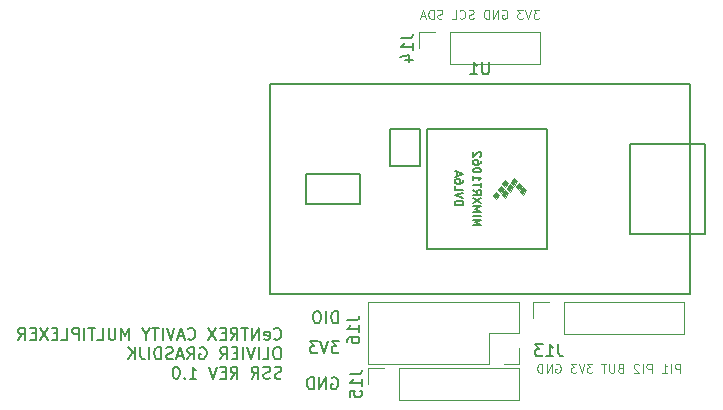
<source format=gbr>
G04 #@! TF.GenerationSoftware,KiCad,Pcbnew,(5.1.5)-3*
G04 #@! TF.CreationDate,2020-06-27T01:24:02-04:00*
G04 #@! TF.ProjectId,ssr cavity multiplexer,73737220-6361-4766-9974-79206d756c74,rev?*
G04 #@! TF.SameCoordinates,Original*
G04 #@! TF.FileFunction,Legend,Bot*
G04 #@! TF.FilePolarity,Positive*
%FSLAX46Y46*%
G04 Gerber Fmt 4.6, Leading zero omitted, Abs format (unit mm)*
G04 Created by KiCad (PCBNEW (5.1.5)-3) date 2020-06-27 01:24:02*
%MOMM*%
%LPD*%
G04 APERTURE LIST*
%ADD10C,0.150000*%
%ADD11C,0.120000*%
%ADD12C,0.100000*%
G04 APERTURE END LIST*
D10*
X254616976Y-148059142D02*
X254664595Y-148106761D01*
X254807452Y-148154380D01*
X254902690Y-148154380D01*
X255045547Y-148106761D01*
X255140785Y-148011523D01*
X255188404Y-147916285D01*
X255236023Y-147725809D01*
X255236023Y-147582952D01*
X255188404Y-147392476D01*
X255140785Y-147297238D01*
X255045547Y-147202000D01*
X254902690Y-147154380D01*
X254807452Y-147154380D01*
X254664595Y-147202000D01*
X254616976Y-147249619D01*
X253807452Y-148106761D02*
X253902690Y-148154380D01*
X254093166Y-148154380D01*
X254188404Y-148106761D01*
X254236023Y-148011523D01*
X254236023Y-147630571D01*
X254188404Y-147535333D01*
X254093166Y-147487714D01*
X253902690Y-147487714D01*
X253807452Y-147535333D01*
X253759833Y-147630571D01*
X253759833Y-147725809D01*
X254236023Y-147821047D01*
X253331261Y-148154380D02*
X253331261Y-147154380D01*
X252759833Y-148154380D01*
X252759833Y-147154380D01*
X252426500Y-147154380D02*
X251855071Y-147154380D01*
X252140785Y-148154380D02*
X252140785Y-147154380D01*
X250950309Y-148154380D02*
X251283642Y-147678190D01*
X251521738Y-148154380D02*
X251521738Y-147154380D01*
X251140785Y-147154380D01*
X251045547Y-147202000D01*
X250997928Y-147249619D01*
X250950309Y-147344857D01*
X250950309Y-147487714D01*
X250997928Y-147582952D01*
X251045547Y-147630571D01*
X251140785Y-147678190D01*
X251521738Y-147678190D01*
X250521738Y-147630571D02*
X250188404Y-147630571D01*
X250045547Y-148154380D02*
X250521738Y-148154380D01*
X250521738Y-147154380D01*
X250045547Y-147154380D01*
X249712214Y-147154380D02*
X249045547Y-148154380D01*
X249045547Y-147154380D02*
X249712214Y-148154380D01*
X247331261Y-148059142D02*
X247378880Y-148106761D01*
X247521738Y-148154380D01*
X247616976Y-148154380D01*
X247759833Y-148106761D01*
X247855071Y-148011523D01*
X247902690Y-147916285D01*
X247950309Y-147725809D01*
X247950309Y-147582952D01*
X247902690Y-147392476D01*
X247855071Y-147297238D01*
X247759833Y-147202000D01*
X247616976Y-147154380D01*
X247521738Y-147154380D01*
X247378880Y-147202000D01*
X247331261Y-147249619D01*
X246950309Y-147868666D02*
X246474119Y-147868666D01*
X247045547Y-148154380D02*
X246712214Y-147154380D01*
X246378880Y-148154380D01*
X246188404Y-147154380D02*
X245855071Y-148154380D01*
X245521738Y-147154380D01*
X245188404Y-148154380D02*
X245188404Y-147154380D01*
X244855071Y-147154380D02*
X244283642Y-147154380D01*
X244569357Y-148154380D02*
X244569357Y-147154380D01*
X243759833Y-147678190D02*
X243759833Y-148154380D01*
X244093166Y-147154380D02*
X243759833Y-147678190D01*
X243426500Y-147154380D01*
X242331261Y-148154380D02*
X242331261Y-147154380D01*
X241997928Y-147868666D01*
X241664595Y-147154380D01*
X241664595Y-148154380D01*
X241188404Y-147154380D02*
X241188404Y-147963904D01*
X241140785Y-148059142D01*
X241093166Y-148106761D01*
X240997928Y-148154380D01*
X240807452Y-148154380D01*
X240712214Y-148106761D01*
X240664595Y-148059142D01*
X240616976Y-147963904D01*
X240616976Y-147154380D01*
X239664595Y-148154380D02*
X240140785Y-148154380D01*
X240140785Y-147154380D01*
X239474119Y-147154380D02*
X238902690Y-147154380D01*
X239188404Y-148154380D02*
X239188404Y-147154380D01*
X238569357Y-148154380D02*
X238569357Y-147154380D01*
X238093166Y-148154380D02*
X238093166Y-147154380D01*
X237712214Y-147154380D01*
X237616976Y-147202000D01*
X237569357Y-147249619D01*
X237521738Y-147344857D01*
X237521738Y-147487714D01*
X237569357Y-147582952D01*
X237616976Y-147630571D01*
X237712214Y-147678190D01*
X238093166Y-147678190D01*
X236616976Y-148154380D02*
X237093166Y-148154380D01*
X237093166Y-147154380D01*
X236283642Y-147630571D02*
X235950309Y-147630571D01*
X235807452Y-148154380D02*
X236283642Y-148154380D01*
X236283642Y-147154380D01*
X235807452Y-147154380D01*
X235474119Y-147154380D02*
X234807452Y-148154380D01*
X234807452Y-147154380D02*
X235474119Y-148154380D01*
X234426500Y-147630571D02*
X234093166Y-147630571D01*
X233950309Y-148154380D02*
X234426500Y-148154380D01*
X234426500Y-147154380D01*
X233950309Y-147154380D01*
X232950309Y-148154380D02*
X233283642Y-147678190D01*
X233521738Y-148154380D02*
X233521738Y-147154380D01*
X233140785Y-147154380D01*
X233045547Y-147202000D01*
X232997928Y-147249619D01*
X232950309Y-147344857D01*
X232950309Y-147487714D01*
X232997928Y-147582952D01*
X233045547Y-147630571D01*
X233140785Y-147678190D01*
X233521738Y-147678190D01*
X254997928Y-148804380D02*
X254807452Y-148804380D01*
X254712214Y-148852000D01*
X254616976Y-148947238D01*
X254569357Y-149137714D01*
X254569357Y-149471047D01*
X254616976Y-149661523D01*
X254712214Y-149756761D01*
X254807452Y-149804380D01*
X254997928Y-149804380D01*
X255093166Y-149756761D01*
X255188404Y-149661523D01*
X255236023Y-149471047D01*
X255236023Y-149137714D01*
X255188404Y-148947238D01*
X255093166Y-148852000D01*
X254997928Y-148804380D01*
X253664595Y-149804380D02*
X254140785Y-149804380D01*
X254140785Y-148804380D01*
X253331261Y-149804380D02*
X253331261Y-148804380D01*
X252997928Y-148804380D02*
X252664595Y-149804380D01*
X252331261Y-148804380D01*
X251997928Y-149804380D02*
X251997928Y-148804380D01*
X251521738Y-149280571D02*
X251188404Y-149280571D01*
X251045547Y-149804380D02*
X251521738Y-149804380D01*
X251521738Y-148804380D01*
X251045547Y-148804380D01*
X250045547Y-149804380D02*
X250378880Y-149328190D01*
X250616976Y-149804380D02*
X250616976Y-148804380D01*
X250236023Y-148804380D01*
X250140785Y-148852000D01*
X250093166Y-148899619D01*
X250045547Y-148994857D01*
X250045547Y-149137714D01*
X250093166Y-149232952D01*
X250140785Y-149280571D01*
X250236023Y-149328190D01*
X250616976Y-149328190D01*
X248331261Y-148852000D02*
X248426500Y-148804380D01*
X248569357Y-148804380D01*
X248712214Y-148852000D01*
X248807452Y-148947238D01*
X248855071Y-149042476D01*
X248902690Y-149232952D01*
X248902690Y-149375809D01*
X248855071Y-149566285D01*
X248807452Y-149661523D01*
X248712214Y-149756761D01*
X248569357Y-149804380D01*
X248474119Y-149804380D01*
X248331261Y-149756761D01*
X248283642Y-149709142D01*
X248283642Y-149375809D01*
X248474119Y-149375809D01*
X247283642Y-149804380D02*
X247616976Y-149328190D01*
X247855071Y-149804380D02*
X247855071Y-148804380D01*
X247474119Y-148804380D01*
X247378880Y-148852000D01*
X247331261Y-148899619D01*
X247283642Y-148994857D01*
X247283642Y-149137714D01*
X247331261Y-149232952D01*
X247378880Y-149280571D01*
X247474119Y-149328190D01*
X247855071Y-149328190D01*
X246902690Y-149518666D02*
X246426500Y-149518666D01*
X246997928Y-149804380D02*
X246664595Y-148804380D01*
X246331261Y-149804380D01*
X246045547Y-149756761D02*
X245902690Y-149804380D01*
X245664595Y-149804380D01*
X245569357Y-149756761D01*
X245521738Y-149709142D01*
X245474119Y-149613904D01*
X245474119Y-149518666D01*
X245521738Y-149423428D01*
X245569357Y-149375809D01*
X245664595Y-149328190D01*
X245855071Y-149280571D01*
X245950309Y-149232952D01*
X245997928Y-149185333D01*
X246045547Y-149090095D01*
X246045547Y-148994857D01*
X245997928Y-148899619D01*
X245950309Y-148852000D01*
X245855071Y-148804380D01*
X245616976Y-148804380D01*
X245474119Y-148852000D01*
X245045547Y-149804380D02*
X245045547Y-148804380D01*
X244807452Y-148804380D01*
X244664595Y-148852000D01*
X244569357Y-148947238D01*
X244521738Y-149042476D01*
X244474119Y-149232952D01*
X244474119Y-149375809D01*
X244521738Y-149566285D01*
X244569357Y-149661523D01*
X244664595Y-149756761D01*
X244807452Y-149804380D01*
X245045547Y-149804380D01*
X244045547Y-149804380D02*
X244045547Y-148804380D01*
X243283642Y-148804380D02*
X243283642Y-149518666D01*
X243331261Y-149661523D01*
X243426500Y-149756761D01*
X243569357Y-149804380D01*
X243664595Y-149804380D01*
X242807452Y-149804380D02*
X242807452Y-148804380D01*
X242236023Y-149804380D02*
X242664595Y-149232952D01*
X242236023Y-148804380D02*
X242807452Y-149375809D01*
X255236023Y-151406761D02*
X255093166Y-151454380D01*
X254855071Y-151454380D01*
X254759833Y-151406761D01*
X254712214Y-151359142D01*
X254664595Y-151263904D01*
X254664595Y-151168666D01*
X254712214Y-151073428D01*
X254759833Y-151025809D01*
X254855071Y-150978190D01*
X255045547Y-150930571D01*
X255140785Y-150882952D01*
X255188404Y-150835333D01*
X255236023Y-150740095D01*
X255236023Y-150644857D01*
X255188404Y-150549619D01*
X255140785Y-150502000D01*
X255045547Y-150454380D01*
X254807452Y-150454380D01*
X254664595Y-150502000D01*
X254283642Y-151406761D02*
X254140785Y-151454380D01*
X253902690Y-151454380D01*
X253807452Y-151406761D01*
X253759833Y-151359142D01*
X253712214Y-151263904D01*
X253712214Y-151168666D01*
X253759833Y-151073428D01*
X253807452Y-151025809D01*
X253902690Y-150978190D01*
X254093166Y-150930571D01*
X254188404Y-150882952D01*
X254236023Y-150835333D01*
X254283642Y-150740095D01*
X254283642Y-150644857D01*
X254236023Y-150549619D01*
X254188404Y-150502000D01*
X254093166Y-150454380D01*
X253855071Y-150454380D01*
X253712214Y-150502000D01*
X252712214Y-151454380D02*
X253045547Y-150978190D01*
X253283642Y-151454380D02*
X253283642Y-150454380D01*
X252902690Y-150454380D01*
X252807452Y-150502000D01*
X252759833Y-150549619D01*
X252712214Y-150644857D01*
X252712214Y-150787714D01*
X252759833Y-150882952D01*
X252807452Y-150930571D01*
X252902690Y-150978190D01*
X253283642Y-150978190D01*
X250950309Y-151454380D02*
X251283642Y-150978190D01*
X251521738Y-151454380D02*
X251521738Y-150454380D01*
X251140785Y-150454380D01*
X251045547Y-150502000D01*
X250997928Y-150549619D01*
X250950309Y-150644857D01*
X250950309Y-150787714D01*
X250997928Y-150882952D01*
X251045547Y-150930571D01*
X251140785Y-150978190D01*
X251521738Y-150978190D01*
X250521738Y-150930571D02*
X250188404Y-150930571D01*
X250045547Y-151454380D02*
X250521738Y-151454380D01*
X250521738Y-150454380D01*
X250045547Y-150454380D01*
X249759833Y-150454380D02*
X249426500Y-151454380D01*
X249093166Y-150454380D01*
X247474119Y-151454380D02*
X248045547Y-151454380D01*
X247759833Y-151454380D02*
X247759833Y-150454380D01*
X247855071Y-150597238D01*
X247950309Y-150692476D01*
X248045547Y-150740095D01*
X247045547Y-151359142D02*
X246997928Y-151406761D01*
X247045547Y-151454380D01*
X247093166Y-151406761D01*
X247045547Y-151359142D01*
X247045547Y-151454380D01*
X246378880Y-150454380D02*
X246283642Y-150454380D01*
X246188404Y-150502000D01*
X246140785Y-150549619D01*
X246093166Y-150644857D01*
X246045547Y-150835333D01*
X246045547Y-151073428D01*
X246093166Y-151263904D01*
X246140785Y-151359142D01*
X246188404Y-151406761D01*
X246283642Y-151454380D01*
X246378880Y-151454380D01*
X246474119Y-151406761D01*
X246521738Y-151359142D01*
X246569357Y-151263904D01*
X246616976Y-151073428D01*
X246616976Y-150835333D01*
X246569357Y-150644857D01*
X246521738Y-150549619D01*
X246474119Y-150502000D01*
X246378880Y-150454380D01*
D11*
X277051857Y-120239285D02*
X276587571Y-120239285D01*
X276837571Y-120525000D01*
X276730428Y-120525000D01*
X276659000Y-120560714D01*
X276623285Y-120596428D01*
X276587571Y-120667857D01*
X276587571Y-120846428D01*
X276623285Y-120917857D01*
X276659000Y-120953571D01*
X276730428Y-120989285D01*
X276944714Y-120989285D01*
X277016142Y-120953571D01*
X277051857Y-120917857D01*
X276373285Y-120239285D02*
X276123285Y-120989285D01*
X275873285Y-120239285D01*
X275694714Y-120239285D02*
X275230428Y-120239285D01*
X275480428Y-120525000D01*
X275373285Y-120525000D01*
X275301857Y-120560714D01*
X275266142Y-120596428D01*
X275230428Y-120667857D01*
X275230428Y-120846428D01*
X275266142Y-120917857D01*
X275301857Y-120953571D01*
X275373285Y-120989285D01*
X275587571Y-120989285D01*
X275659000Y-120953571D01*
X275694714Y-120917857D01*
X273944714Y-120275000D02*
X274016142Y-120239285D01*
X274123285Y-120239285D01*
X274230428Y-120275000D01*
X274301857Y-120346428D01*
X274337571Y-120417857D01*
X274373285Y-120560714D01*
X274373285Y-120667857D01*
X274337571Y-120810714D01*
X274301857Y-120882142D01*
X274230428Y-120953571D01*
X274123285Y-120989285D01*
X274051857Y-120989285D01*
X273944714Y-120953571D01*
X273909000Y-120917857D01*
X273909000Y-120667857D01*
X274051857Y-120667857D01*
X273587571Y-120989285D02*
X273587571Y-120239285D01*
X273159000Y-120989285D01*
X273159000Y-120239285D01*
X272801857Y-120989285D02*
X272801857Y-120239285D01*
X272623285Y-120239285D01*
X272516142Y-120275000D01*
X272444714Y-120346428D01*
X272409000Y-120417857D01*
X272373285Y-120560714D01*
X272373285Y-120667857D01*
X272409000Y-120810714D01*
X272444714Y-120882142D01*
X272516142Y-120953571D01*
X272623285Y-120989285D01*
X272801857Y-120989285D01*
X271516142Y-120953571D02*
X271409000Y-120989285D01*
X271230428Y-120989285D01*
X271159000Y-120953571D01*
X271123285Y-120917857D01*
X271087571Y-120846428D01*
X271087571Y-120775000D01*
X271123285Y-120703571D01*
X271159000Y-120667857D01*
X271230428Y-120632142D01*
X271373285Y-120596428D01*
X271444714Y-120560714D01*
X271480428Y-120525000D01*
X271516142Y-120453571D01*
X271516142Y-120382142D01*
X271480428Y-120310714D01*
X271444714Y-120275000D01*
X271373285Y-120239285D01*
X271194714Y-120239285D01*
X271087571Y-120275000D01*
X270337571Y-120917857D02*
X270373285Y-120953571D01*
X270480428Y-120989285D01*
X270551857Y-120989285D01*
X270659000Y-120953571D01*
X270730428Y-120882142D01*
X270766142Y-120810714D01*
X270801857Y-120667857D01*
X270801857Y-120560714D01*
X270766142Y-120417857D01*
X270730428Y-120346428D01*
X270659000Y-120275000D01*
X270551857Y-120239285D01*
X270480428Y-120239285D01*
X270373285Y-120275000D01*
X270337571Y-120310714D01*
X269659000Y-120989285D02*
X270016142Y-120989285D01*
X270016142Y-120239285D01*
X268873285Y-120953571D02*
X268766142Y-120989285D01*
X268587571Y-120989285D01*
X268516142Y-120953571D01*
X268480428Y-120917857D01*
X268444714Y-120846428D01*
X268444714Y-120775000D01*
X268480428Y-120703571D01*
X268516142Y-120667857D01*
X268587571Y-120632142D01*
X268730428Y-120596428D01*
X268801857Y-120560714D01*
X268837571Y-120525000D01*
X268873285Y-120453571D01*
X268873285Y-120382142D01*
X268837571Y-120310714D01*
X268801857Y-120275000D01*
X268730428Y-120239285D01*
X268551857Y-120239285D01*
X268444714Y-120275000D01*
X268123285Y-120989285D02*
X268123285Y-120239285D01*
X267944714Y-120239285D01*
X267837571Y-120275000D01*
X267766142Y-120346428D01*
X267730428Y-120417857D01*
X267694714Y-120560714D01*
X267694714Y-120667857D01*
X267730428Y-120810714D01*
X267766142Y-120882142D01*
X267837571Y-120953571D01*
X267944714Y-120989285D01*
X268123285Y-120989285D01*
X267409000Y-120775000D02*
X267051857Y-120775000D01*
X267480428Y-120989285D02*
X267230428Y-120239285D01*
X266980428Y-120989285D01*
D10*
X260014404Y-146756380D02*
X260014404Y-145756380D01*
X259776309Y-145756380D01*
X259633452Y-145804000D01*
X259538214Y-145899238D01*
X259490595Y-145994476D01*
X259442976Y-146184952D01*
X259442976Y-146327809D01*
X259490595Y-146518285D01*
X259538214Y-146613523D01*
X259633452Y-146708761D01*
X259776309Y-146756380D01*
X260014404Y-146756380D01*
X259014404Y-146756380D02*
X259014404Y-145756380D01*
X258347738Y-145756380D02*
X258157261Y-145756380D01*
X258062023Y-145804000D01*
X257966785Y-145899238D01*
X257919166Y-146089714D01*
X257919166Y-146423047D01*
X257966785Y-146613523D01*
X258062023Y-146708761D01*
X258157261Y-146756380D01*
X258347738Y-146756380D01*
X258442976Y-146708761D01*
X258538214Y-146613523D01*
X258585833Y-146423047D01*
X258585833Y-146089714D01*
X258538214Y-145899238D01*
X258442976Y-145804000D01*
X258347738Y-145756380D01*
X260109642Y-148296380D02*
X259490595Y-148296380D01*
X259823928Y-148677333D01*
X259681071Y-148677333D01*
X259585833Y-148724952D01*
X259538214Y-148772571D01*
X259490595Y-148867809D01*
X259490595Y-149105904D01*
X259538214Y-149201142D01*
X259585833Y-149248761D01*
X259681071Y-149296380D01*
X259966785Y-149296380D01*
X260062023Y-149248761D01*
X260109642Y-149201142D01*
X259204880Y-148296380D02*
X258871547Y-149296380D01*
X258538214Y-148296380D01*
X258300119Y-148296380D02*
X257681071Y-148296380D01*
X258014404Y-148677333D01*
X257871547Y-148677333D01*
X257776309Y-148724952D01*
X257728690Y-148772571D01*
X257681071Y-148867809D01*
X257681071Y-149105904D01*
X257728690Y-149201142D01*
X257776309Y-149248761D01*
X257871547Y-149296380D01*
X258157261Y-149296380D01*
X258252500Y-149248761D01*
X258300119Y-149201142D01*
X259490595Y-151392000D02*
X259585833Y-151344380D01*
X259728690Y-151344380D01*
X259871547Y-151392000D01*
X259966785Y-151487238D01*
X260014404Y-151582476D01*
X260062023Y-151772952D01*
X260062023Y-151915809D01*
X260014404Y-152106285D01*
X259966785Y-152201523D01*
X259871547Y-152296761D01*
X259728690Y-152344380D01*
X259633452Y-152344380D01*
X259490595Y-152296761D01*
X259442976Y-152249142D01*
X259442976Y-151915809D01*
X259633452Y-151915809D01*
X259014404Y-152344380D02*
X259014404Y-151344380D01*
X258442976Y-152344380D01*
X258442976Y-151344380D01*
X257966785Y-152344380D02*
X257966785Y-151344380D01*
X257728690Y-151344380D01*
X257585833Y-151392000D01*
X257490595Y-151487238D01*
X257442976Y-151582476D01*
X257395357Y-151772952D01*
X257395357Y-151915809D01*
X257442976Y-152106285D01*
X257490595Y-152201523D01*
X257585833Y-152296761D01*
X257728690Y-152344380D01*
X257966785Y-152344380D01*
D11*
X288973857Y-150961285D02*
X288973857Y-150211285D01*
X288688142Y-150211285D01*
X288616714Y-150247000D01*
X288581000Y-150282714D01*
X288545285Y-150354142D01*
X288545285Y-150461285D01*
X288581000Y-150532714D01*
X288616714Y-150568428D01*
X288688142Y-150604142D01*
X288973857Y-150604142D01*
X288223857Y-150961285D02*
X288223857Y-150211285D01*
X287473857Y-150961285D02*
X287902428Y-150961285D01*
X287688142Y-150961285D02*
X287688142Y-150211285D01*
X287759571Y-150318428D01*
X287831000Y-150389857D01*
X287902428Y-150425571D01*
X286581000Y-150961285D02*
X286581000Y-150211285D01*
X286295285Y-150211285D01*
X286223857Y-150247000D01*
X286188142Y-150282714D01*
X286152428Y-150354142D01*
X286152428Y-150461285D01*
X286188142Y-150532714D01*
X286223857Y-150568428D01*
X286295285Y-150604142D01*
X286581000Y-150604142D01*
X285831000Y-150961285D02*
X285831000Y-150211285D01*
X285509571Y-150282714D02*
X285473857Y-150247000D01*
X285402428Y-150211285D01*
X285223857Y-150211285D01*
X285152428Y-150247000D01*
X285116714Y-150282714D01*
X285081000Y-150354142D01*
X285081000Y-150425571D01*
X285116714Y-150532714D01*
X285545285Y-150961285D01*
X285081000Y-150961285D01*
X283938142Y-150568428D02*
X283831000Y-150604142D01*
X283795285Y-150639857D01*
X283759571Y-150711285D01*
X283759571Y-150818428D01*
X283795285Y-150889857D01*
X283831000Y-150925571D01*
X283902428Y-150961285D01*
X284188142Y-150961285D01*
X284188142Y-150211285D01*
X283938142Y-150211285D01*
X283866714Y-150247000D01*
X283831000Y-150282714D01*
X283795285Y-150354142D01*
X283795285Y-150425571D01*
X283831000Y-150497000D01*
X283866714Y-150532714D01*
X283938142Y-150568428D01*
X284188142Y-150568428D01*
X283438142Y-150211285D02*
X283438142Y-150818428D01*
X283402428Y-150889857D01*
X283366714Y-150925571D01*
X283295285Y-150961285D01*
X283152428Y-150961285D01*
X283081000Y-150925571D01*
X283045285Y-150889857D01*
X283009571Y-150818428D01*
X283009571Y-150211285D01*
X282759571Y-150211285D02*
X282331000Y-150211285D01*
X282545285Y-150961285D02*
X282545285Y-150211285D01*
X281581000Y-150211285D02*
X281116714Y-150211285D01*
X281366714Y-150497000D01*
X281259571Y-150497000D01*
X281188142Y-150532714D01*
X281152428Y-150568428D01*
X281116714Y-150639857D01*
X281116714Y-150818428D01*
X281152428Y-150889857D01*
X281188142Y-150925571D01*
X281259571Y-150961285D01*
X281473857Y-150961285D01*
X281545285Y-150925571D01*
X281581000Y-150889857D01*
X280902428Y-150211285D02*
X280652428Y-150961285D01*
X280402428Y-150211285D01*
X280223857Y-150211285D02*
X279759571Y-150211285D01*
X280009571Y-150497000D01*
X279902428Y-150497000D01*
X279831000Y-150532714D01*
X279795285Y-150568428D01*
X279759571Y-150639857D01*
X279759571Y-150818428D01*
X279795285Y-150889857D01*
X279831000Y-150925571D01*
X279902428Y-150961285D01*
X280116714Y-150961285D01*
X280188142Y-150925571D01*
X280223857Y-150889857D01*
X278473857Y-150247000D02*
X278545285Y-150211285D01*
X278652428Y-150211285D01*
X278759571Y-150247000D01*
X278831000Y-150318428D01*
X278866714Y-150389857D01*
X278902428Y-150532714D01*
X278902428Y-150639857D01*
X278866714Y-150782714D01*
X278831000Y-150854142D01*
X278759571Y-150925571D01*
X278652428Y-150961285D01*
X278581000Y-150961285D01*
X278473857Y-150925571D01*
X278438142Y-150889857D01*
X278438142Y-150639857D01*
X278581000Y-150639857D01*
X278116714Y-150961285D02*
X278116714Y-150211285D01*
X277688142Y-150961285D01*
X277688142Y-150211285D01*
X277331000Y-150961285D02*
X277331000Y-150211285D01*
X277152428Y-150211285D01*
X277045285Y-150247000D01*
X276973857Y-150318428D01*
X276938142Y-150389857D01*
X276902428Y-150532714D01*
X276902428Y-150639857D01*
X276938142Y-150782714D01*
X276973857Y-150854142D01*
X277045285Y-150925571D01*
X277152428Y-150961285D01*
X277331000Y-150961285D01*
D12*
G36*
X275971000Y-135509000D02*
G01*
X275717000Y-135255000D01*
X275463000Y-135636000D01*
X275717000Y-135890000D01*
X275971000Y-135509000D01*
G37*
X275971000Y-135509000D02*
X275717000Y-135255000D01*
X275463000Y-135636000D01*
X275717000Y-135890000D01*
X275971000Y-135509000D01*
G36*
X275590000Y-135128000D02*
G01*
X275336000Y-134874000D01*
X275082000Y-135255000D01*
X275336000Y-135509000D01*
X275590000Y-135128000D01*
G37*
X275590000Y-135128000D02*
X275336000Y-134874000D01*
X275082000Y-135255000D01*
X275336000Y-135509000D01*
X275590000Y-135128000D01*
G36*
X273685000Y-135890000D02*
G01*
X273431000Y-135636000D01*
X273177000Y-136017000D01*
X273431000Y-136271000D01*
X273685000Y-135890000D01*
G37*
X273685000Y-135890000D02*
X273431000Y-135636000D01*
X273177000Y-136017000D01*
X273431000Y-136271000D01*
X273685000Y-135890000D01*
G36*
X274066000Y-135382000D02*
G01*
X273812000Y-135128000D01*
X273558000Y-135509000D01*
X273812000Y-135763000D01*
X274066000Y-135382000D01*
G37*
X274066000Y-135382000D02*
X273812000Y-135128000D01*
X273558000Y-135509000D01*
X273812000Y-135763000D01*
X274066000Y-135382000D01*
G36*
X274447000Y-134874000D02*
G01*
X274193000Y-134620000D01*
X273939000Y-135001000D01*
X274193000Y-135255000D01*
X274447000Y-134874000D01*
G37*
X274447000Y-134874000D02*
X274193000Y-134620000D01*
X273939000Y-135001000D01*
X274193000Y-135255000D01*
X274447000Y-134874000D01*
G36*
X274447000Y-135763000D02*
G01*
X274193000Y-135509000D01*
X273939000Y-135890000D01*
X274193000Y-136144000D01*
X274447000Y-135763000D01*
G37*
X274447000Y-135763000D02*
X274193000Y-135509000D01*
X273939000Y-135890000D01*
X274193000Y-136144000D01*
X274447000Y-135763000D01*
G36*
X274828000Y-135255000D02*
G01*
X274574000Y-135001000D01*
X274320000Y-135382000D01*
X274574000Y-135636000D01*
X274828000Y-135255000D01*
G37*
X274828000Y-135255000D02*
X274574000Y-135001000D01*
X274320000Y-135382000D01*
X274574000Y-135636000D01*
X274828000Y-135255000D01*
G36*
X275209000Y-134747000D02*
G01*
X274955000Y-134493000D01*
X274701000Y-134874000D01*
X274955000Y-135128000D01*
X275209000Y-134747000D01*
G37*
X275209000Y-134747000D02*
X274955000Y-134493000D01*
X274701000Y-134874000D01*
X274955000Y-135128000D01*
X275209000Y-134747000D01*
D10*
X266954000Y-133477000D02*
X266954000Y-130302000D01*
X264414000Y-133477000D02*
X266954000Y-133477000D01*
X264414000Y-130302000D02*
X264414000Y-133477000D01*
X266954000Y-130302000D02*
X264414000Y-130302000D01*
X289814000Y-144272000D02*
X289814000Y-126492000D01*
X254254000Y-144272000D02*
X289814000Y-144272000D01*
X254254000Y-126492000D02*
X254254000Y-144272000D01*
X289814000Y-126492000D02*
X254254000Y-126492000D01*
X267589000Y-140462000D02*
X277749000Y-140462000D01*
X267589000Y-130302000D02*
X277749000Y-130302000D01*
X277749000Y-130302000D02*
X277749000Y-140462000D01*
X267589000Y-140462000D02*
X267589000Y-130302000D01*
X261874000Y-134112000D02*
X257302000Y-134112000D01*
X261874000Y-136652000D02*
X261874000Y-134112000D01*
X257302000Y-136652000D02*
X261874000Y-136652000D01*
X257302000Y-134112000D02*
X257302000Y-136652000D01*
X284734000Y-139192000D02*
X289814000Y-139192000D01*
X284734000Y-131572000D02*
X289814000Y-131572000D01*
X284734000Y-139192000D02*
X284734000Y-131572000D01*
X291084000Y-131572000D02*
X289814000Y-131572000D01*
X291084000Y-139192000D02*
X291084000Y-131572000D01*
X289814000Y-139192000D02*
X291084000Y-139192000D01*
D11*
X275396000Y-150174000D02*
X275396000Y-148844000D01*
X274066000Y-150174000D02*
X275396000Y-150174000D01*
X275396000Y-147574000D02*
X275396000Y-144974000D01*
X272796000Y-147574000D02*
X275396000Y-147574000D01*
X272796000Y-150174000D02*
X272796000Y-147574000D01*
X275396000Y-144974000D02*
X262576000Y-144974000D01*
X272796000Y-150174000D02*
X262576000Y-150174000D01*
X262576000Y-150174000D02*
X262576000Y-144974000D01*
X262576000Y-150562000D02*
X262576000Y-151892000D01*
X263906000Y-150562000D02*
X262576000Y-150562000D01*
X265176000Y-150562000D02*
X265176000Y-153222000D01*
X265176000Y-153222000D02*
X275396000Y-153222000D01*
X265176000Y-150562000D02*
X275396000Y-150562000D01*
X275396000Y-150562000D02*
X275396000Y-153222000D01*
X266894000Y-122114000D02*
X266894000Y-123444000D01*
X268224000Y-122114000D02*
X266894000Y-122114000D01*
X269494000Y-122114000D02*
X269494000Y-124774000D01*
X269494000Y-124774000D02*
X277174000Y-124774000D01*
X269494000Y-122114000D02*
X277174000Y-122114000D01*
X277174000Y-122114000D02*
X277174000Y-124774000D01*
X276546000Y-144974000D02*
X276546000Y-146304000D01*
X277876000Y-144974000D02*
X276546000Y-144974000D01*
X279146000Y-144974000D02*
X279146000Y-147634000D01*
X279146000Y-147634000D02*
X289366000Y-147634000D01*
X279146000Y-144974000D02*
X289366000Y-144974000D01*
X289366000Y-144974000D02*
X289366000Y-147634000D01*
D10*
X272795904Y-124674380D02*
X272795904Y-125483904D01*
X272748285Y-125579142D01*
X272700666Y-125626761D01*
X272605428Y-125674380D01*
X272414952Y-125674380D01*
X272319714Y-125626761D01*
X272272095Y-125579142D01*
X272224476Y-125483904D01*
X272224476Y-124674380D01*
X271224476Y-125674380D02*
X271795904Y-125674380D01*
X271510190Y-125674380D02*
X271510190Y-124674380D01*
X271605428Y-124817238D01*
X271700666Y-124912476D01*
X271795904Y-124960095D01*
X269939333Y-136782000D02*
X270639333Y-136782000D01*
X270639333Y-136615333D01*
X270606000Y-136515333D01*
X270539333Y-136448666D01*
X270472666Y-136415333D01*
X270339333Y-136382000D01*
X270239333Y-136382000D01*
X270106000Y-136415333D01*
X270039333Y-136448666D01*
X269972666Y-136515333D01*
X269939333Y-136615333D01*
X269939333Y-136782000D01*
X270639333Y-136182000D02*
X269939333Y-135948666D01*
X270639333Y-135715333D01*
X269939333Y-135148666D02*
X269939333Y-135482000D01*
X270639333Y-135482000D01*
X270639333Y-134615333D02*
X270639333Y-134748666D01*
X270606000Y-134815333D01*
X270572666Y-134848666D01*
X270472666Y-134915333D01*
X270339333Y-134948666D01*
X270072666Y-134948666D01*
X270006000Y-134915333D01*
X269972666Y-134882000D01*
X269939333Y-134815333D01*
X269939333Y-134682000D01*
X269972666Y-134615333D01*
X270006000Y-134582000D01*
X270072666Y-134548666D01*
X270239333Y-134548666D01*
X270306000Y-134582000D01*
X270339333Y-134615333D01*
X270372666Y-134682000D01*
X270372666Y-134815333D01*
X270339333Y-134882000D01*
X270306000Y-134915333D01*
X270239333Y-134948666D01*
X270139333Y-134282000D02*
X270139333Y-133948666D01*
X269939333Y-134348666D02*
X270639333Y-134115333D01*
X269939333Y-133882000D01*
X271463333Y-138465333D02*
X272163333Y-138465333D01*
X271663333Y-138232000D01*
X272163333Y-137998666D01*
X271463333Y-137998666D01*
X271463333Y-137665333D02*
X272163333Y-137665333D01*
X271463333Y-137332000D02*
X272163333Y-137332000D01*
X271663333Y-137098666D01*
X272163333Y-136865333D01*
X271463333Y-136865333D01*
X272163333Y-136598666D02*
X271463333Y-136132000D01*
X272163333Y-136132000D02*
X271463333Y-136598666D01*
X271463333Y-135465333D02*
X271796666Y-135698666D01*
X271463333Y-135865333D02*
X272163333Y-135865333D01*
X272163333Y-135598666D01*
X272130000Y-135532000D01*
X272096666Y-135498666D01*
X272030000Y-135465333D01*
X271930000Y-135465333D01*
X271863333Y-135498666D01*
X271830000Y-135532000D01*
X271796666Y-135598666D01*
X271796666Y-135865333D01*
X272163333Y-135265333D02*
X272163333Y-134865333D01*
X271463333Y-135065333D02*
X272163333Y-135065333D01*
X271463333Y-134265333D02*
X271463333Y-134665333D01*
X271463333Y-134465333D02*
X272163333Y-134465333D01*
X272063333Y-134532000D01*
X271996666Y-134598666D01*
X271963333Y-134665333D01*
X272163333Y-133832000D02*
X272163333Y-133765333D01*
X272130000Y-133698666D01*
X272096666Y-133665333D01*
X272030000Y-133632000D01*
X271896666Y-133598666D01*
X271730000Y-133598666D01*
X271596666Y-133632000D01*
X271530000Y-133665333D01*
X271496666Y-133698666D01*
X271463333Y-133765333D01*
X271463333Y-133832000D01*
X271496666Y-133898666D01*
X271530000Y-133932000D01*
X271596666Y-133965333D01*
X271730000Y-133998666D01*
X271896666Y-133998666D01*
X272030000Y-133965333D01*
X272096666Y-133932000D01*
X272130000Y-133898666D01*
X272163333Y-133832000D01*
X272163333Y-132998666D02*
X272163333Y-133132000D01*
X272130000Y-133198666D01*
X272096666Y-133232000D01*
X271996666Y-133298666D01*
X271863333Y-133332000D01*
X271596666Y-133332000D01*
X271530000Y-133298666D01*
X271496666Y-133265333D01*
X271463333Y-133198666D01*
X271463333Y-133065333D01*
X271496666Y-132998666D01*
X271530000Y-132965333D01*
X271596666Y-132932000D01*
X271763333Y-132932000D01*
X271830000Y-132965333D01*
X271863333Y-132998666D01*
X271896666Y-133065333D01*
X271896666Y-133198666D01*
X271863333Y-133265333D01*
X271830000Y-133298666D01*
X271763333Y-133332000D01*
X272096666Y-132665333D02*
X272130000Y-132632000D01*
X272163333Y-132565333D01*
X272163333Y-132398666D01*
X272130000Y-132332000D01*
X272096666Y-132298666D01*
X272030000Y-132265333D01*
X271963333Y-132265333D01*
X271863333Y-132298666D01*
X271463333Y-132698666D01*
X271463333Y-132265333D01*
X260818380Y-146510476D02*
X261532666Y-146510476D01*
X261675523Y-146462857D01*
X261770761Y-146367619D01*
X261818380Y-146224761D01*
X261818380Y-146129523D01*
X261818380Y-147510476D02*
X261818380Y-146939047D01*
X261818380Y-147224761D02*
X260818380Y-147224761D01*
X260961238Y-147129523D01*
X261056476Y-147034285D01*
X261104095Y-146939047D01*
X260818380Y-148367619D02*
X260818380Y-148177142D01*
X260866000Y-148081904D01*
X260913619Y-148034285D01*
X261056476Y-147939047D01*
X261246952Y-147891428D01*
X261627904Y-147891428D01*
X261723142Y-147939047D01*
X261770761Y-147986666D01*
X261818380Y-148081904D01*
X261818380Y-148272380D01*
X261770761Y-148367619D01*
X261723142Y-148415238D01*
X261627904Y-148462857D01*
X261389809Y-148462857D01*
X261294571Y-148415238D01*
X261246952Y-148367619D01*
X261199333Y-148272380D01*
X261199333Y-148081904D01*
X261246952Y-147986666D01*
X261294571Y-147939047D01*
X261389809Y-147891428D01*
X261028380Y-151082476D02*
X261742666Y-151082476D01*
X261885523Y-151034857D01*
X261980761Y-150939619D01*
X262028380Y-150796761D01*
X262028380Y-150701523D01*
X262028380Y-152082476D02*
X262028380Y-151511047D01*
X262028380Y-151796761D02*
X261028380Y-151796761D01*
X261171238Y-151701523D01*
X261266476Y-151606285D01*
X261314095Y-151511047D01*
X261028380Y-152987238D02*
X261028380Y-152511047D01*
X261504571Y-152463428D01*
X261456952Y-152511047D01*
X261409333Y-152606285D01*
X261409333Y-152844380D01*
X261456952Y-152939619D01*
X261504571Y-152987238D01*
X261599809Y-153034857D01*
X261837904Y-153034857D01*
X261933142Y-152987238D01*
X261980761Y-152939619D01*
X262028380Y-152844380D01*
X262028380Y-152606285D01*
X261980761Y-152511047D01*
X261933142Y-152463428D01*
X265346380Y-122634476D02*
X266060666Y-122634476D01*
X266203523Y-122586857D01*
X266298761Y-122491619D01*
X266346380Y-122348761D01*
X266346380Y-122253523D01*
X266346380Y-123634476D02*
X266346380Y-123063047D01*
X266346380Y-123348761D02*
X265346380Y-123348761D01*
X265489238Y-123253523D01*
X265584476Y-123158285D01*
X265632095Y-123063047D01*
X265679714Y-124491619D02*
X266346380Y-124491619D01*
X265298761Y-124253523D02*
X266013047Y-124015428D01*
X266013047Y-124634476D01*
X278685523Y-148550380D02*
X278685523Y-149264666D01*
X278733142Y-149407523D01*
X278828380Y-149502761D01*
X278971238Y-149550380D01*
X279066476Y-149550380D01*
X277685523Y-149550380D02*
X278256952Y-149550380D01*
X277971238Y-149550380D02*
X277971238Y-148550380D01*
X278066476Y-148693238D01*
X278161714Y-148788476D01*
X278256952Y-148836095D01*
X277352190Y-148550380D02*
X276733142Y-148550380D01*
X277066476Y-148931333D01*
X276923619Y-148931333D01*
X276828380Y-148978952D01*
X276780761Y-149026571D01*
X276733142Y-149121809D01*
X276733142Y-149359904D01*
X276780761Y-149455142D01*
X276828380Y-149502761D01*
X276923619Y-149550380D01*
X277209333Y-149550380D01*
X277304571Y-149502761D01*
X277352190Y-149455142D01*
M02*

</source>
